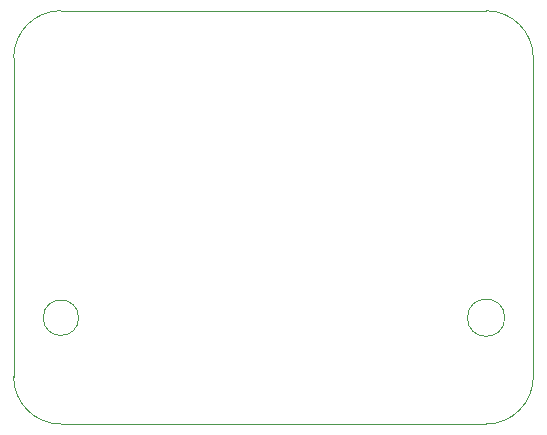
<source format=gbr>
G04 (created by PCBNEW (2013-jul-07)-stable) date Sun 03 Aug 2014 03:58:17 PM EDT*
%MOIN*%
G04 Gerber Fmt 3.4, Leading zero omitted, Abs format*
%FSLAX34Y34*%
G01*
G70*
G90*
G04 APERTURE LIST*
%ADD10C,0.00590551*%
%ADD11C,0.00393701*%
G04 APERTURE END LIST*
G54D10*
G54D11*
X134645Y-81102D02*
X134645Y-91732D01*
X136220Y-79527D02*
G75*
G03X134645Y-81102I0J-1574D01*
G74*
G01*
X150393Y-79527D02*
X136220Y-79527D01*
X151968Y-81102D02*
X151968Y-91732D01*
X151968Y-81102D02*
G75*
G03X150393Y-79527I-1574J0D01*
G74*
G01*
X136220Y-93307D02*
X150393Y-93307D01*
X134645Y-91732D02*
G75*
G03X136220Y-93307I1574J0D01*
G74*
G01*
X150393Y-93307D02*
G75*
G03X151968Y-91732I0J1574D01*
G74*
G01*
X136811Y-89763D02*
G75*
G03X136811Y-89763I-590J0D01*
G74*
G01*
X151016Y-89763D02*
G75*
G03X151016Y-89763I-622J0D01*
G74*
G01*
M02*

</source>
